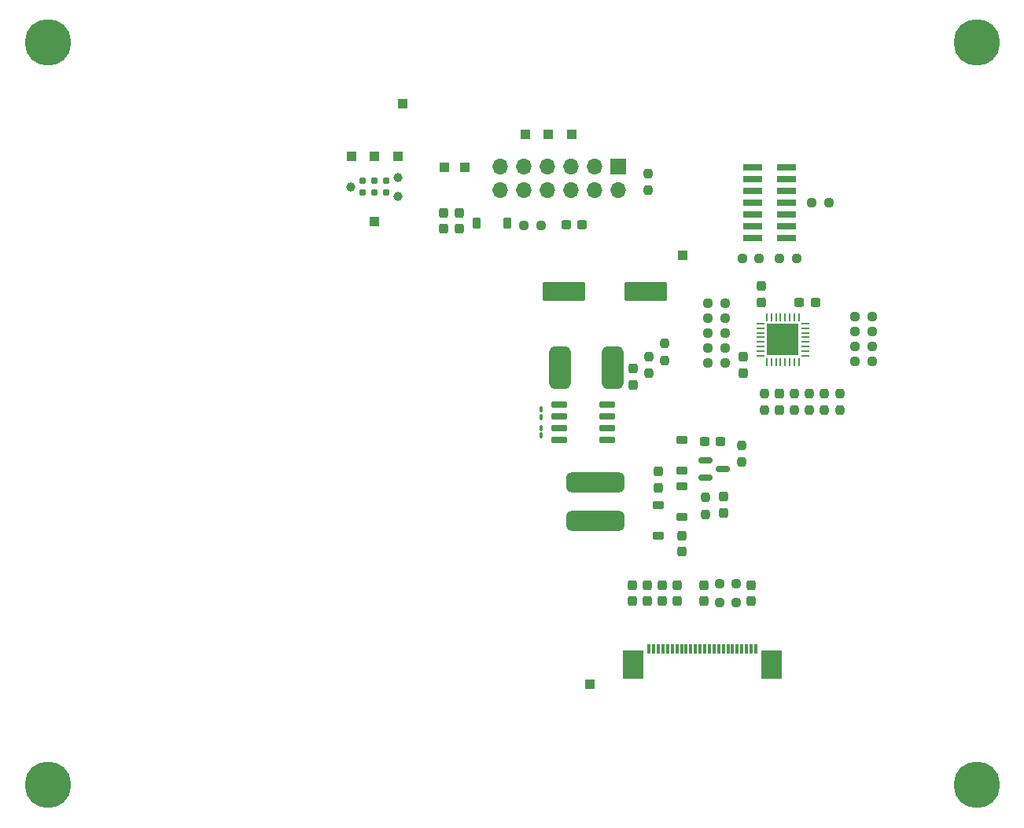
<source format=gbr>
%TF.GenerationSoftware,KiCad,Pcbnew,8.0.2*%
%TF.CreationDate,2024-11-12T22:12:37-05:00*%
%TF.ProjectId,Ecardz-Proto,45636172-647a-42d5-9072-6f746f2e6b69,rev?*%
%TF.SameCoordinates,Original*%
%TF.FileFunction,Soldermask,Top*%
%TF.FilePolarity,Negative*%
%FSLAX46Y46*%
G04 Gerber Fmt 4.6, Leading zero omitted, Abs format (unit mm)*
G04 Created by KiCad (PCBNEW 8.0.2) date 2024-11-12 22:12:37*
%MOMM*%
%LPD*%
G01*
G04 APERTURE LIST*
G04 Aperture macros list*
%AMRoundRect*
0 Rectangle with rounded corners*
0 $1 Rounding radius*
0 $2 $3 $4 $5 $6 $7 $8 $9 X,Y pos of 4 corners*
0 Add a 4 corners polygon primitive as box body*
4,1,4,$2,$3,$4,$5,$6,$7,$8,$9,$2,$3,0*
0 Add four circle primitives for the rounded corners*
1,1,$1+$1,$2,$3*
1,1,$1+$1,$4,$5*
1,1,$1+$1,$6,$7*
1,1,$1+$1,$8,$9*
0 Add four rect primitives between the rounded corners*
20,1,$1+$1,$2,$3,$4,$5,0*
20,1,$1+$1,$4,$5,$6,$7,0*
20,1,$1+$1,$6,$7,$8,$9,0*
20,1,$1+$1,$8,$9,$2,$3,0*%
G04 Aperture macros list end*
%ADD10R,0.300000X1.100000*%
%ADD11R,2.300000X3.100000*%
%ADD12RoundRect,0.237500X0.250000X0.237500X-0.250000X0.237500X-0.250000X-0.237500X0.250000X-0.237500X0*%
%ADD13R,1.000000X1.000000*%
%ADD14RoundRect,0.237500X0.237500X-0.300000X0.237500X0.300000X-0.237500X0.300000X-0.237500X-0.300000X0*%
%ADD15C,2.900000*%
%ADD16C,5.000000*%
%ADD17RoundRect,0.237500X-0.300000X-0.237500X0.300000X-0.237500X0.300000X0.237500X-0.300000X0.237500X0*%
%ADD18RoundRect,0.237500X-0.237500X0.300000X-0.237500X-0.300000X0.237500X-0.300000X0.237500X0.300000X0*%
%ADD19RoundRect,0.237500X-0.250000X-0.237500X0.250000X-0.237500X0.250000X0.237500X-0.250000X0.237500X0*%
%ADD20RoundRect,0.100000X0.100000X-0.217500X0.100000X0.217500X-0.100000X0.217500X-0.100000X-0.217500X0*%
%ADD21RoundRect,0.225000X-0.375000X0.225000X-0.375000X-0.225000X0.375000X-0.225000X0.375000X0.225000X0*%
%ADD22RoundRect,0.237500X-0.237500X0.250000X-0.237500X-0.250000X0.237500X-0.250000X0.237500X0.250000X0*%
%ADD23RoundRect,0.537500X-2.612500X0.537500X-2.612500X-0.537500X2.612500X-0.537500X2.612500X0.537500X0*%
%ADD24R,1.700000X1.700000*%
%ADD25O,1.700000X1.700000*%
%ADD26RoundRect,0.237500X0.300000X0.237500X-0.300000X0.237500X-0.300000X-0.237500X0.300000X-0.237500X0*%
%ADD27RoundRect,0.225000X0.225000X0.375000X-0.225000X0.375000X-0.225000X-0.375000X0.225000X-0.375000X0*%
%ADD28C,0.990600*%
%ADD29C,0.787400*%
%ADD30RoundRect,0.237500X0.237500X-0.250000X0.237500X0.250000X-0.237500X0.250000X-0.237500X-0.250000X0*%
%ADD31RoundRect,0.062500X0.062500X-0.375000X0.062500X0.375000X-0.062500X0.375000X-0.062500X-0.375000X0*%
%ADD32RoundRect,0.062500X0.375000X-0.062500X0.375000X0.062500X-0.375000X0.062500X-0.375000X-0.062500X0*%
%ADD33R,3.450000X3.450000*%
%ADD34RoundRect,0.250001X-2.049999X-0.799999X2.049999X-0.799999X2.049999X0.799999X-2.049999X0.799999X0*%
%ADD35RoundRect,0.150000X-0.725000X-0.150000X0.725000X-0.150000X0.725000X0.150000X-0.725000X0.150000X0*%
%ADD36R,2.100000X0.750000*%
%ADD37RoundRect,0.150000X-0.587500X-0.150000X0.587500X-0.150000X0.587500X0.150000X-0.587500X0.150000X0*%
%ADD38RoundRect,0.575000X-0.575000X-1.725000X0.575000X-1.725000X0.575000X1.725000X-0.575000X1.725000X0*%
%ADD39RoundRect,0.100000X-0.100000X0.217500X-0.100000X-0.217500X0.100000X-0.217500X0.100000X0.217500X0*%
%ADD40RoundRect,0.225000X0.375000X-0.225000X0.375000X0.225000X-0.375000X0.225000X-0.375000X-0.225000X0*%
G04 APERTURE END LIST*
D10*
%TO.C,J2*%
X114740000Y-115300000D03*
X115240000Y-115300000D03*
X115740000Y-115300000D03*
X116240000Y-115300000D03*
X116740000Y-115300000D03*
X117240000Y-115300000D03*
X117740000Y-115300000D03*
X118240000Y-115300000D03*
X118740000Y-115300000D03*
X119240000Y-115300000D03*
X119740000Y-115300000D03*
X120240000Y-115300000D03*
X120740000Y-115300000D03*
X121240000Y-115300000D03*
X121740000Y-115300000D03*
X122240000Y-115300000D03*
X122740000Y-115300000D03*
X123240000Y-115300000D03*
X123740000Y-115300000D03*
X124240000Y-115300000D03*
X124740000Y-115300000D03*
X125240000Y-115300000D03*
X125740000Y-115300000D03*
X126240000Y-115300000D03*
D11*
X113070000Y-117000000D03*
X127910000Y-117000000D03*
%TD*%
D12*
%TO.C,R17*%
X126612500Y-73200000D03*
X124787500Y-73200000D03*
%TD*%
D13*
%TO.C,VDD*%
X118400000Y-72900000D03*
%TD*%
%TO.C,DIO*%
X82700000Y-62200000D03*
%TD*%
D14*
%TO.C,C2*%
X114540000Y-110162500D03*
X114540000Y-108437500D03*
%TD*%
D12*
%TO.C,R8*%
X138772500Y-82700000D03*
X136947500Y-82700000D03*
%TD*%
D15*
%TO.C,H2*%
X50000000Y-130000000D03*
D16*
X50000000Y-130000000D03*
%TD*%
D17*
%TO.C,C11*%
X120740000Y-92950000D03*
X122465000Y-92950000D03*
%TD*%
D15*
%TO.C,H3*%
X150000000Y-50000000D03*
D16*
X150000000Y-50000000D03*
%TD*%
D18*
%TO.C,C17*%
X124900000Y-83837500D03*
X124900000Y-85562500D03*
%TD*%
%TO.C,C4*%
X126800000Y-76237500D03*
X126800000Y-77962500D03*
%TD*%
D19*
%TO.C,R13*%
X132287500Y-67200000D03*
X134112500Y-67200000D03*
%TD*%
D18*
%TO.C,C10*%
X94300000Y-68337500D03*
X94300000Y-70062500D03*
%TD*%
D20*
%TO.C,C20*%
X103100000Y-90312500D03*
X103100000Y-89497500D03*
%TD*%
D14*
%TO.C,C15*%
X113000000Y-86862500D03*
X113000000Y-85137500D03*
%TD*%
%TO.C,C7*%
X117740000Y-110162500D03*
X117740000Y-108437500D03*
%TD*%
D21*
%TO.C,D1*%
X118240000Y-92800000D03*
X118240000Y-96100000D03*
%TD*%
D19*
%TO.C,R5*%
X121087500Y-79700000D03*
X122912500Y-79700000D03*
%TD*%
D14*
%TO.C,C9*%
X125740000Y-110162500D03*
X125740000Y-108437500D03*
%TD*%
D22*
%TO.C,R9*%
X114600000Y-64087500D03*
X114600000Y-65912500D03*
%TD*%
D23*
%TO.C,L1*%
X109000000Y-97375000D03*
X109000000Y-101525000D03*
%TD*%
D24*
%TO.C,J1*%
X111400000Y-63360000D03*
D25*
X111400000Y-65900000D03*
X108860000Y-63360000D03*
X108860000Y-65900000D03*
X106320000Y-63360000D03*
X106320000Y-65900000D03*
X103780000Y-63360000D03*
X103780000Y-65900000D03*
X101240000Y-63360000D03*
X101240000Y-65900000D03*
X98700000Y-63360000D03*
X98700000Y-65900000D03*
%TD*%
D19*
%TO.C,R3*%
X122327500Y-108300000D03*
X124152500Y-108300000D03*
%TD*%
D26*
%TO.C,C19*%
X132662500Y-78000000D03*
X130937500Y-78000000D03*
%TD*%
D27*
%TO.C,D4*%
X99450000Y-69400000D03*
X96150000Y-69400000D03*
%TD*%
D19*
%TO.C,R6*%
X121087500Y-82900000D03*
X122912500Y-82900000D03*
%TD*%
D15*
%TO.C,H1*%
X50000000Y-50000000D03*
D16*
X50000000Y-50000000D03*
%TD*%
D13*
%TO.C,RES#*%
X94900000Y-63400000D03*
%TD*%
D28*
%TO.C,J3*%
X82660000Y-65535000D03*
X87740000Y-64519000D03*
X87740000Y-66551000D03*
D29*
X83930000Y-66170000D03*
X83930000Y-64900000D03*
X85200000Y-66170000D03*
X85200000Y-64900000D03*
X86470000Y-66170000D03*
X86470000Y-64900000D03*
%TD*%
D14*
%TO.C,C6*%
X116140000Y-110162500D03*
X116140000Y-108437500D03*
%TD*%
D30*
%TO.C,R4*%
X124740000Y-95212500D03*
X124740000Y-93387500D03*
%TD*%
D13*
%TO.C,NRST_TAG*%
X85200000Y-69300000D03*
%TD*%
D14*
%TO.C,C1*%
X112940000Y-110162500D03*
X112940000Y-108437500D03*
%TD*%
D19*
%TO.C,R15*%
X121087500Y-78100000D03*
X122912500Y-78100000D03*
%TD*%
D15*
%TO.C,H4*%
X150000000Y-130000000D03*
D16*
X150000000Y-130000000D03*
%TD*%
D13*
%TO.C,NFC_BUSY*%
X92700000Y-63400000D03*
%TD*%
D19*
%TO.C,R16*%
X128787500Y-73200000D03*
X130612500Y-73200000D03*
%TD*%
D13*
%TO.C,CS#*%
X103900000Y-59900000D03*
%TD*%
D31*
%TO.C,U1*%
X127400000Y-84437500D03*
X127900000Y-84437500D03*
X128400000Y-84437500D03*
X128900000Y-84437500D03*
X129400000Y-84437500D03*
X129900000Y-84437500D03*
X130400000Y-84437500D03*
X130900000Y-84437500D03*
D32*
X131587500Y-83750000D03*
X131587500Y-83250000D03*
X131587500Y-82750000D03*
X131587500Y-82250000D03*
X131587500Y-81750000D03*
X131587500Y-81250000D03*
X131587500Y-80750000D03*
X131587500Y-80250000D03*
D31*
X130900000Y-79562500D03*
X130400000Y-79562500D03*
X129900000Y-79562500D03*
X129400000Y-79562500D03*
X128900000Y-79562500D03*
X128400000Y-79562500D03*
X127900000Y-79562500D03*
X127400000Y-79562500D03*
D32*
X126712500Y-80250000D03*
X126712500Y-80750000D03*
X126712500Y-81250000D03*
X126712500Y-81750000D03*
X126712500Y-82250000D03*
X126712500Y-82750000D03*
X126712500Y-83250000D03*
X126712500Y-83750000D03*
D33*
X129150000Y-82000000D03*
%TD*%
D34*
%TO.C,C22*%
X105600000Y-76800000D03*
X114400000Y-76800000D03*
%TD*%
D14*
%TO.C,C5*%
X120640000Y-110162500D03*
X120640000Y-108437500D03*
%TD*%
D19*
%TO.C,R10*%
X136947500Y-84300000D03*
X138772500Y-84300000D03*
%TD*%
D12*
%TO.C,R25*%
X103112500Y-69700000D03*
X101287500Y-69700000D03*
%TD*%
D13*
%TO.C,SWO*%
X87700000Y-62200000D03*
%TD*%
D19*
%TO.C,R2*%
X122327500Y-110300000D03*
X124152500Y-110300000D03*
%TD*%
D18*
%TO.C,C12*%
X92600000Y-68337500D03*
X92600000Y-70062500D03*
%TD*%
D17*
%TO.C,C8*%
X105837500Y-69600000D03*
X107562500Y-69600000D03*
%TD*%
D19*
%TO.C,R12*%
X121075000Y-84500000D03*
X122900000Y-84500000D03*
%TD*%
D13*
%TO.C,GND*%
X88200000Y-56600000D03*
%TD*%
D30*
%TO.C,R18*%
X127200000Y-89612500D03*
X127200000Y-87787500D03*
%TD*%
D13*
%TO.C,EINKBUSY*%
X101400000Y-59900000D03*
%TD*%
D18*
%TO.C,C16*%
X118240000Y-103087500D03*
X118240000Y-104812500D03*
%TD*%
D35*
%TO.C,IC1*%
X105100000Y-89000000D03*
X105100000Y-90270000D03*
X105100000Y-91540000D03*
X105100000Y-92810000D03*
X110250000Y-92810000D03*
X110250000Y-91540000D03*
X110250000Y-90270000D03*
X110250000Y-89000000D03*
%TD*%
D13*
%TO.C,C#*%
X106400000Y-59900000D03*
%TD*%
D30*
%TO.C,R19*%
X130400000Y-89612500D03*
X130400000Y-87787500D03*
%TD*%
D36*
%TO.C,J4*%
X125900000Y-71010000D03*
X129500000Y-71010000D03*
X125900000Y-69740000D03*
X129500000Y-69740000D03*
X125900000Y-68470000D03*
X129500000Y-68470000D03*
X125900000Y-67200000D03*
X129500000Y-67200000D03*
X125900000Y-65930000D03*
X129500000Y-65930000D03*
X125900000Y-64660000D03*
X129500000Y-64660000D03*
X125900000Y-63390000D03*
X129500000Y-63390000D03*
%TD*%
D22*
%TO.C,R24*%
X132000000Y-87787500D03*
X132000000Y-89612500D03*
%TD*%
D37*
%TO.C,Q1*%
X120802500Y-95000000D03*
X120802500Y-96900000D03*
X122677500Y-95950000D03*
%TD*%
D22*
%TO.C,R1*%
X120800000Y-98987500D03*
X120800000Y-100812500D03*
%TD*%
D14*
%TO.C,C18*%
X128800000Y-89562500D03*
X128800000Y-87837500D03*
%TD*%
D30*
%TO.C,R22*%
X114700000Y-85612500D03*
X114700000Y-83787500D03*
%TD*%
D38*
%TO.C,C14*%
X105150000Y-85000000D03*
X110850000Y-85000000D03*
%TD*%
D18*
%TO.C,C3*%
X122740000Y-98937500D03*
X122740000Y-100662500D03*
%TD*%
D39*
%TO.C,C21*%
X103100000Y-91497500D03*
X103100000Y-92312500D03*
%TD*%
D18*
%TO.C,C13*%
X115740000Y-96225000D03*
X115740000Y-97950000D03*
%TD*%
D13*
%TO.C,CLK*%
X85200000Y-62200000D03*
%TD*%
D40*
%TO.C,D2*%
X115740000Y-103100000D03*
X115740000Y-99800000D03*
%TD*%
D21*
%TO.C,D3*%
X118240000Y-97800000D03*
X118240000Y-101100000D03*
%TD*%
D13*
%TO.C,VPP*%
X108400000Y-119100000D03*
%TD*%
D30*
%TO.C,R20*%
X133600000Y-89612500D03*
X133600000Y-87787500D03*
%TD*%
D22*
%TO.C,R21*%
X135300000Y-87787500D03*
X135300000Y-89612500D03*
%TD*%
D19*
%TO.C,R11*%
X136947500Y-81100000D03*
X138772500Y-81100000D03*
%TD*%
%TO.C,R14*%
X121087500Y-81300000D03*
X122912500Y-81300000D03*
%TD*%
D30*
%TO.C,R23*%
X116400000Y-84212500D03*
X116400000Y-82387500D03*
%TD*%
D12*
%TO.C,R7*%
X138772500Y-79500000D03*
X136947500Y-79500000D03*
%TD*%
M02*

</source>
